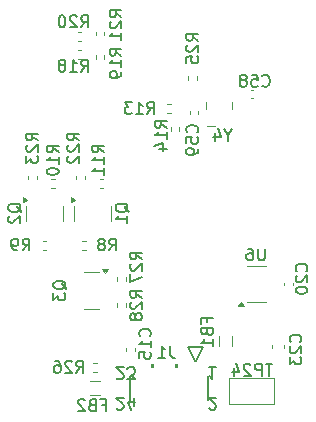
<source format=gbr>
%TF.GenerationSoftware,KiCad,Pcbnew,9.0.0*%
%TF.CreationDate,2025-11-27T12:56:11-07:00*%
%TF.ProjectId,OSS-Radio_2M70CM,4f53532d-5261-4646-996f-5f324d373043,rev?*%
%TF.SameCoordinates,Original*%
%TF.FileFunction,Legend,Bot*%
%TF.FilePolarity,Positive*%
%FSLAX46Y46*%
G04 Gerber Fmt 4.6, Leading zero omitted, Abs format (unit mm)*
G04 Created by KiCad (PCBNEW 9.0.0) date 2025-11-27 12:56:11*
%MOMM*%
%LPD*%
G01*
G04 APERTURE LIST*
%ADD10C,0.150000*%
%ADD11C,0.152400*%
%ADD12C,0.000000*%
%ADD13C,0.120000*%
G04 APERTURE END LIST*
D10*
X150083333Y-113454819D02*
X150083333Y-114169104D01*
X150083333Y-114169104D02*
X150130952Y-114311961D01*
X150130952Y-114311961D02*
X150226190Y-114407200D01*
X150226190Y-114407200D02*
X150369047Y-114454819D01*
X150369047Y-114454819D02*
X150464285Y-114454819D01*
X149083333Y-114454819D02*
X149654761Y-114454819D01*
X149369047Y-114454819D02*
X149369047Y-113454819D01*
X149369047Y-113454819D02*
X149464285Y-113597676D01*
X149464285Y-113597676D02*
X149559523Y-113692914D01*
X149559523Y-113692914D02*
X149654761Y-113740533D01*
X153956014Y-115262480D02*
X153384586Y-115262480D01*
X153670300Y-115262480D02*
X153670300Y-116262480D01*
X153670300Y-116262480D02*
X153575062Y-116119623D01*
X153575062Y-116119623D02*
X153479824Y-116024385D01*
X153479824Y-116024385D02*
X153384586Y-115976766D01*
X145567795Y-118732642D02*
X145615414Y-118780261D01*
X145615414Y-118780261D02*
X145710652Y-118827880D01*
X145710652Y-118827880D02*
X145948747Y-118827880D01*
X145948747Y-118827880D02*
X146043985Y-118780261D01*
X146043985Y-118780261D02*
X146091604Y-118732642D01*
X146091604Y-118732642D02*
X146139223Y-118637404D01*
X146139223Y-118637404D02*
X146139223Y-118542166D01*
X146139223Y-118542166D02*
X146091604Y-118399309D01*
X146091604Y-118399309D02*
X145520176Y-117827880D01*
X145520176Y-117827880D02*
X146139223Y-117827880D01*
X146996366Y-118494547D02*
X146996366Y-117827880D01*
X146758271Y-118875500D02*
X146520176Y-118161214D01*
X146520176Y-118161214D02*
X147139223Y-118161214D01*
X145567795Y-116167242D02*
X145615414Y-116214861D01*
X145615414Y-116214861D02*
X145710652Y-116262480D01*
X145710652Y-116262480D02*
X145948747Y-116262480D01*
X145948747Y-116262480D02*
X146043985Y-116214861D01*
X146043985Y-116214861D02*
X146091604Y-116167242D01*
X146091604Y-116167242D02*
X146139223Y-116072004D01*
X146139223Y-116072004D02*
X146139223Y-115976766D01*
X146139223Y-115976766D02*
X146091604Y-115833909D01*
X146091604Y-115833909D02*
X145520176Y-115262480D01*
X145520176Y-115262480D02*
X146139223Y-115262480D01*
X146472557Y-116262480D02*
X147091604Y-116262480D01*
X147091604Y-116262480D02*
X146758271Y-115881528D01*
X146758271Y-115881528D02*
X146901128Y-115881528D01*
X146901128Y-115881528D02*
X146996366Y-115833909D01*
X146996366Y-115833909D02*
X147043985Y-115786290D01*
X147043985Y-115786290D02*
X147091604Y-115691052D01*
X147091604Y-115691052D02*
X147091604Y-115452957D01*
X147091604Y-115452957D02*
X147043985Y-115357719D01*
X147043985Y-115357719D02*
X146996366Y-115310100D01*
X146996366Y-115310100D02*
X146901128Y-115262480D01*
X146901128Y-115262480D02*
X146615414Y-115262480D01*
X146615414Y-115262480D02*
X146520176Y-115310100D01*
X146520176Y-115310100D02*
X146472557Y-115357719D01*
X153384586Y-118732642D02*
X153432205Y-118780261D01*
X153432205Y-118780261D02*
X153527443Y-118827880D01*
X153527443Y-118827880D02*
X153765538Y-118827880D01*
X153765538Y-118827880D02*
X153860776Y-118780261D01*
X153860776Y-118780261D02*
X153908395Y-118732642D01*
X153908395Y-118732642D02*
X153956014Y-118637404D01*
X153956014Y-118637404D02*
X153956014Y-118542166D01*
X153956014Y-118542166D02*
X153908395Y-118399309D01*
X153908395Y-118399309D02*
X153336967Y-117827880D01*
X153336967Y-117827880D02*
X153956014Y-117827880D01*
X142394819Y-96044642D02*
X141918628Y-95711309D01*
X142394819Y-95473214D02*
X141394819Y-95473214D01*
X141394819Y-95473214D02*
X141394819Y-95854166D01*
X141394819Y-95854166D02*
X141442438Y-95949404D01*
X141442438Y-95949404D02*
X141490057Y-95997023D01*
X141490057Y-95997023D02*
X141585295Y-96044642D01*
X141585295Y-96044642D02*
X141728152Y-96044642D01*
X141728152Y-96044642D02*
X141823390Y-95997023D01*
X141823390Y-95997023D02*
X141871009Y-95949404D01*
X141871009Y-95949404D02*
X141918628Y-95854166D01*
X141918628Y-95854166D02*
X141918628Y-95473214D01*
X141490057Y-96425595D02*
X141442438Y-96473214D01*
X141442438Y-96473214D02*
X141394819Y-96568452D01*
X141394819Y-96568452D02*
X141394819Y-96806547D01*
X141394819Y-96806547D02*
X141442438Y-96901785D01*
X141442438Y-96901785D02*
X141490057Y-96949404D01*
X141490057Y-96949404D02*
X141585295Y-96997023D01*
X141585295Y-96997023D02*
X141680533Y-96997023D01*
X141680533Y-96997023D02*
X141823390Y-96949404D01*
X141823390Y-96949404D02*
X142394819Y-96377976D01*
X142394819Y-96377976D02*
X142394819Y-96997023D01*
X141490057Y-97377976D02*
X141442438Y-97425595D01*
X141442438Y-97425595D02*
X141394819Y-97520833D01*
X141394819Y-97520833D02*
X141394819Y-97758928D01*
X141394819Y-97758928D02*
X141442438Y-97854166D01*
X141442438Y-97854166D02*
X141490057Y-97901785D01*
X141490057Y-97901785D02*
X141585295Y-97949404D01*
X141585295Y-97949404D02*
X141680533Y-97949404D01*
X141680533Y-97949404D02*
X141823390Y-97901785D01*
X141823390Y-97901785D02*
X142394819Y-97330357D01*
X142394819Y-97330357D02*
X142394819Y-97949404D01*
X142542857Y-90208119D02*
X142876190Y-89731928D01*
X143114285Y-90208119D02*
X143114285Y-89208119D01*
X143114285Y-89208119D02*
X142733333Y-89208119D01*
X142733333Y-89208119D02*
X142638095Y-89255738D01*
X142638095Y-89255738D02*
X142590476Y-89303357D01*
X142590476Y-89303357D02*
X142542857Y-89398595D01*
X142542857Y-89398595D02*
X142542857Y-89541452D01*
X142542857Y-89541452D02*
X142590476Y-89636690D01*
X142590476Y-89636690D02*
X142638095Y-89684309D01*
X142638095Y-89684309D02*
X142733333Y-89731928D01*
X142733333Y-89731928D02*
X143114285Y-89731928D01*
X141590476Y-90208119D02*
X142161904Y-90208119D01*
X141876190Y-90208119D02*
X141876190Y-89208119D01*
X141876190Y-89208119D02*
X141971428Y-89350976D01*
X141971428Y-89350976D02*
X142066666Y-89446214D01*
X142066666Y-89446214D02*
X142161904Y-89493833D01*
X141019047Y-89636690D02*
X141114285Y-89589071D01*
X141114285Y-89589071D02*
X141161904Y-89541452D01*
X141161904Y-89541452D02*
X141209523Y-89446214D01*
X141209523Y-89446214D02*
X141209523Y-89398595D01*
X141209523Y-89398595D02*
X141161904Y-89303357D01*
X141161904Y-89303357D02*
X141114285Y-89255738D01*
X141114285Y-89255738D02*
X141019047Y-89208119D01*
X141019047Y-89208119D02*
X140828571Y-89208119D01*
X140828571Y-89208119D02*
X140733333Y-89255738D01*
X140733333Y-89255738D02*
X140685714Y-89303357D01*
X140685714Y-89303357D02*
X140638095Y-89398595D01*
X140638095Y-89398595D02*
X140638095Y-89446214D01*
X140638095Y-89446214D02*
X140685714Y-89541452D01*
X140685714Y-89541452D02*
X140733333Y-89589071D01*
X140733333Y-89589071D02*
X140828571Y-89636690D01*
X140828571Y-89636690D02*
X141019047Y-89636690D01*
X141019047Y-89636690D02*
X141114285Y-89684309D01*
X141114285Y-89684309D02*
X141161904Y-89731928D01*
X141161904Y-89731928D02*
X141209523Y-89827166D01*
X141209523Y-89827166D02*
X141209523Y-90017642D01*
X141209523Y-90017642D02*
X141161904Y-90112880D01*
X141161904Y-90112880D02*
X141114285Y-90160500D01*
X141114285Y-90160500D02*
X141019047Y-90208119D01*
X141019047Y-90208119D02*
X140828571Y-90208119D01*
X140828571Y-90208119D02*
X140733333Y-90160500D01*
X140733333Y-90160500D02*
X140685714Y-90112880D01*
X140685714Y-90112880D02*
X140638095Y-90017642D01*
X140638095Y-90017642D02*
X140638095Y-89827166D01*
X140638095Y-89827166D02*
X140685714Y-89731928D01*
X140685714Y-89731928D02*
X140733333Y-89684309D01*
X140733333Y-89684309D02*
X140828571Y-89636690D01*
X140644819Y-97044642D02*
X140168628Y-96711309D01*
X140644819Y-96473214D02*
X139644819Y-96473214D01*
X139644819Y-96473214D02*
X139644819Y-96854166D01*
X139644819Y-96854166D02*
X139692438Y-96949404D01*
X139692438Y-96949404D02*
X139740057Y-96997023D01*
X139740057Y-96997023D02*
X139835295Y-97044642D01*
X139835295Y-97044642D02*
X139978152Y-97044642D01*
X139978152Y-97044642D02*
X140073390Y-96997023D01*
X140073390Y-96997023D02*
X140121009Y-96949404D01*
X140121009Y-96949404D02*
X140168628Y-96854166D01*
X140168628Y-96854166D02*
X140168628Y-96473214D01*
X140644819Y-97997023D02*
X140644819Y-97425595D01*
X140644819Y-97711309D02*
X139644819Y-97711309D01*
X139644819Y-97711309D02*
X139787676Y-97616071D01*
X139787676Y-97616071D02*
X139882914Y-97520833D01*
X139882914Y-97520833D02*
X139930533Y-97425595D01*
X139644819Y-98616071D02*
X139644819Y-98711309D01*
X139644819Y-98711309D02*
X139692438Y-98806547D01*
X139692438Y-98806547D02*
X139740057Y-98854166D01*
X139740057Y-98854166D02*
X139835295Y-98901785D01*
X139835295Y-98901785D02*
X140025771Y-98949404D01*
X140025771Y-98949404D02*
X140263866Y-98949404D01*
X140263866Y-98949404D02*
X140454342Y-98901785D01*
X140454342Y-98901785D02*
X140549580Y-98854166D01*
X140549580Y-98854166D02*
X140597200Y-98806547D01*
X140597200Y-98806547D02*
X140644819Y-98711309D01*
X140644819Y-98711309D02*
X140644819Y-98616071D01*
X140644819Y-98616071D02*
X140597200Y-98520833D01*
X140597200Y-98520833D02*
X140549580Y-98473214D01*
X140549580Y-98473214D02*
X140454342Y-98425595D01*
X140454342Y-98425595D02*
X140263866Y-98377976D01*
X140263866Y-98377976D02*
X140025771Y-98377976D01*
X140025771Y-98377976D02*
X139835295Y-98425595D01*
X139835295Y-98425595D02*
X139740057Y-98473214D01*
X139740057Y-98473214D02*
X139692438Y-98520833D01*
X139692438Y-98520833D02*
X139644819Y-98616071D01*
X146570057Y-102117261D02*
X146522438Y-102022023D01*
X146522438Y-102022023D02*
X146427200Y-101926785D01*
X146427200Y-101926785D02*
X146284342Y-101783928D01*
X146284342Y-101783928D02*
X146236723Y-101688690D01*
X146236723Y-101688690D02*
X146236723Y-101593452D01*
X146474819Y-101641071D02*
X146427200Y-101545833D01*
X146427200Y-101545833D02*
X146331961Y-101450595D01*
X146331961Y-101450595D02*
X146141485Y-101402976D01*
X146141485Y-101402976D02*
X145808152Y-101402976D01*
X145808152Y-101402976D02*
X145617676Y-101450595D01*
X145617676Y-101450595D02*
X145522438Y-101545833D01*
X145522438Y-101545833D02*
X145474819Y-101641071D01*
X145474819Y-101641071D02*
X145474819Y-101831547D01*
X145474819Y-101831547D02*
X145522438Y-101926785D01*
X145522438Y-101926785D02*
X145617676Y-102022023D01*
X145617676Y-102022023D02*
X145808152Y-102069642D01*
X145808152Y-102069642D02*
X146141485Y-102069642D01*
X146141485Y-102069642D02*
X146331961Y-102022023D01*
X146331961Y-102022023D02*
X146427200Y-101926785D01*
X146427200Y-101926785D02*
X146474819Y-101831547D01*
X146474819Y-101831547D02*
X146474819Y-101641071D01*
X146474819Y-103022023D02*
X146474819Y-102450595D01*
X146474819Y-102736309D02*
X145474819Y-102736309D01*
X145474819Y-102736309D02*
X145617676Y-102641071D01*
X145617676Y-102641071D02*
X145712914Y-102545833D01*
X145712914Y-102545833D02*
X145760533Y-102450595D01*
X144474819Y-97044642D02*
X143998628Y-96711309D01*
X144474819Y-96473214D02*
X143474819Y-96473214D01*
X143474819Y-96473214D02*
X143474819Y-96854166D01*
X143474819Y-96854166D02*
X143522438Y-96949404D01*
X143522438Y-96949404D02*
X143570057Y-96997023D01*
X143570057Y-96997023D02*
X143665295Y-97044642D01*
X143665295Y-97044642D02*
X143808152Y-97044642D01*
X143808152Y-97044642D02*
X143903390Y-96997023D01*
X143903390Y-96997023D02*
X143951009Y-96949404D01*
X143951009Y-96949404D02*
X143998628Y-96854166D01*
X143998628Y-96854166D02*
X143998628Y-96473214D01*
X144474819Y-97997023D02*
X144474819Y-97425595D01*
X144474819Y-97711309D02*
X143474819Y-97711309D01*
X143474819Y-97711309D02*
X143617676Y-97616071D01*
X143617676Y-97616071D02*
X143712914Y-97520833D01*
X143712914Y-97520833D02*
X143760533Y-97425595D01*
X144474819Y-98949404D02*
X144474819Y-98377976D01*
X144474819Y-98663690D02*
X143474819Y-98663690D01*
X143474819Y-98663690D02*
X143617676Y-98568452D01*
X143617676Y-98568452D02*
X143712914Y-98473214D01*
X143712914Y-98473214D02*
X143760533Y-98377976D01*
X158124404Y-105204819D02*
X158124404Y-106014342D01*
X158124404Y-106014342D02*
X158076785Y-106109580D01*
X158076785Y-106109580D02*
X158029166Y-106157200D01*
X158029166Y-106157200D02*
X157933928Y-106204819D01*
X157933928Y-106204819D02*
X157743452Y-106204819D01*
X157743452Y-106204819D02*
X157648214Y-106157200D01*
X157648214Y-106157200D02*
X157600595Y-106109580D01*
X157600595Y-106109580D02*
X157552976Y-106014342D01*
X157552976Y-106014342D02*
X157552976Y-105204819D01*
X156648214Y-105204819D02*
X156838690Y-105204819D01*
X156838690Y-105204819D02*
X156933928Y-105252438D01*
X156933928Y-105252438D02*
X156981547Y-105300057D01*
X156981547Y-105300057D02*
X157076785Y-105442914D01*
X157076785Y-105442914D02*
X157124404Y-105633390D01*
X157124404Y-105633390D02*
X157124404Y-106014342D01*
X157124404Y-106014342D02*
X157076785Y-106109580D01*
X157076785Y-106109580D02*
X157029166Y-106157200D01*
X157029166Y-106157200D02*
X156933928Y-106204819D01*
X156933928Y-106204819D02*
X156743452Y-106204819D01*
X156743452Y-106204819D02*
X156648214Y-106157200D01*
X156648214Y-106157200D02*
X156600595Y-106109580D01*
X156600595Y-106109580D02*
X156552976Y-106014342D01*
X156552976Y-106014342D02*
X156552976Y-105776247D01*
X156552976Y-105776247D02*
X156600595Y-105681009D01*
X156600595Y-105681009D02*
X156648214Y-105633390D01*
X156648214Y-105633390D02*
X156743452Y-105585771D01*
X156743452Y-105585771D02*
X156933928Y-105585771D01*
X156933928Y-105585771D02*
X157029166Y-105633390D01*
X157029166Y-105633390D02*
X157076785Y-105681009D01*
X157076785Y-105681009D02*
X157124404Y-105776247D01*
X152359580Y-95357142D02*
X152407200Y-95309523D01*
X152407200Y-95309523D02*
X152454819Y-95166666D01*
X152454819Y-95166666D02*
X152454819Y-95071428D01*
X152454819Y-95071428D02*
X152407200Y-94928571D01*
X152407200Y-94928571D02*
X152311961Y-94833333D01*
X152311961Y-94833333D02*
X152216723Y-94785714D01*
X152216723Y-94785714D02*
X152026247Y-94738095D01*
X152026247Y-94738095D02*
X151883390Y-94738095D01*
X151883390Y-94738095D02*
X151692914Y-94785714D01*
X151692914Y-94785714D02*
X151597676Y-94833333D01*
X151597676Y-94833333D02*
X151502438Y-94928571D01*
X151502438Y-94928571D02*
X151454819Y-95071428D01*
X151454819Y-95071428D02*
X151454819Y-95166666D01*
X151454819Y-95166666D02*
X151502438Y-95309523D01*
X151502438Y-95309523D02*
X151550057Y-95357142D01*
X151454819Y-96261904D02*
X151454819Y-95785714D01*
X151454819Y-95785714D02*
X151931009Y-95738095D01*
X151931009Y-95738095D02*
X151883390Y-95785714D01*
X151883390Y-95785714D02*
X151835771Y-95880952D01*
X151835771Y-95880952D02*
X151835771Y-96119047D01*
X151835771Y-96119047D02*
X151883390Y-96214285D01*
X151883390Y-96214285D02*
X151931009Y-96261904D01*
X151931009Y-96261904D02*
X152026247Y-96309523D01*
X152026247Y-96309523D02*
X152264342Y-96309523D01*
X152264342Y-96309523D02*
X152359580Y-96261904D01*
X152359580Y-96261904D02*
X152407200Y-96214285D01*
X152407200Y-96214285D02*
X152454819Y-96119047D01*
X152454819Y-96119047D02*
X152454819Y-95880952D01*
X152454819Y-95880952D02*
X152407200Y-95785714D01*
X152407200Y-95785714D02*
X152359580Y-95738095D01*
X152454819Y-96785714D02*
X152454819Y-96976190D01*
X152454819Y-96976190D02*
X152407200Y-97071428D01*
X152407200Y-97071428D02*
X152359580Y-97119047D01*
X152359580Y-97119047D02*
X152216723Y-97214285D01*
X152216723Y-97214285D02*
X152026247Y-97261904D01*
X152026247Y-97261904D02*
X151645295Y-97261904D01*
X151645295Y-97261904D02*
X151550057Y-97214285D01*
X151550057Y-97214285D02*
X151502438Y-97166666D01*
X151502438Y-97166666D02*
X151454819Y-97071428D01*
X151454819Y-97071428D02*
X151454819Y-96880952D01*
X151454819Y-96880952D02*
X151502438Y-96785714D01*
X151502438Y-96785714D02*
X151550057Y-96738095D01*
X151550057Y-96738095D02*
X151645295Y-96690476D01*
X151645295Y-96690476D02*
X151883390Y-96690476D01*
X151883390Y-96690476D02*
X151978628Y-96738095D01*
X151978628Y-96738095D02*
X152026247Y-96785714D01*
X152026247Y-96785714D02*
X152073866Y-96880952D01*
X152073866Y-96880952D02*
X152073866Y-97071428D01*
X152073866Y-97071428D02*
X152026247Y-97166666D01*
X152026247Y-97166666D02*
X151978628Y-97214285D01*
X151978628Y-97214285D02*
X151883390Y-97261904D01*
X161609580Y-107107142D02*
X161657200Y-107059523D01*
X161657200Y-107059523D02*
X161704819Y-106916666D01*
X161704819Y-106916666D02*
X161704819Y-106821428D01*
X161704819Y-106821428D02*
X161657200Y-106678571D01*
X161657200Y-106678571D02*
X161561961Y-106583333D01*
X161561961Y-106583333D02*
X161466723Y-106535714D01*
X161466723Y-106535714D02*
X161276247Y-106488095D01*
X161276247Y-106488095D02*
X161133390Y-106488095D01*
X161133390Y-106488095D02*
X160942914Y-106535714D01*
X160942914Y-106535714D02*
X160847676Y-106583333D01*
X160847676Y-106583333D02*
X160752438Y-106678571D01*
X160752438Y-106678571D02*
X160704819Y-106821428D01*
X160704819Y-106821428D02*
X160704819Y-106916666D01*
X160704819Y-106916666D02*
X160752438Y-107059523D01*
X160752438Y-107059523D02*
X160800057Y-107107142D01*
X160800057Y-107488095D02*
X160752438Y-107535714D01*
X160752438Y-107535714D02*
X160704819Y-107630952D01*
X160704819Y-107630952D02*
X160704819Y-107869047D01*
X160704819Y-107869047D02*
X160752438Y-107964285D01*
X160752438Y-107964285D02*
X160800057Y-108011904D01*
X160800057Y-108011904D02*
X160895295Y-108059523D01*
X160895295Y-108059523D02*
X160990533Y-108059523D01*
X160990533Y-108059523D02*
X161133390Y-108011904D01*
X161133390Y-108011904D02*
X161704819Y-107440476D01*
X161704819Y-107440476D02*
X161704819Y-108059523D01*
X160704819Y-108678571D02*
X160704819Y-108773809D01*
X160704819Y-108773809D02*
X160752438Y-108869047D01*
X160752438Y-108869047D02*
X160800057Y-108916666D01*
X160800057Y-108916666D02*
X160895295Y-108964285D01*
X160895295Y-108964285D02*
X161085771Y-109011904D01*
X161085771Y-109011904D02*
X161323866Y-109011904D01*
X161323866Y-109011904D02*
X161514342Y-108964285D01*
X161514342Y-108964285D02*
X161609580Y-108916666D01*
X161609580Y-108916666D02*
X161657200Y-108869047D01*
X161657200Y-108869047D02*
X161704819Y-108773809D01*
X161704819Y-108773809D02*
X161704819Y-108678571D01*
X161704819Y-108678571D02*
X161657200Y-108583333D01*
X161657200Y-108583333D02*
X161609580Y-108535714D01*
X161609580Y-108535714D02*
X161514342Y-108488095D01*
X161514342Y-108488095D02*
X161323866Y-108440476D01*
X161323866Y-108440476D02*
X161085771Y-108440476D01*
X161085771Y-108440476D02*
X160895295Y-108488095D01*
X160895295Y-108488095D02*
X160800057Y-108535714D01*
X160800057Y-108535714D02*
X160752438Y-108583333D01*
X160752438Y-108583333D02*
X160704819Y-108678571D01*
X161109580Y-113107142D02*
X161157200Y-113059523D01*
X161157200Y-113059523D02*
X161204819Y-112916666D01*
X161204819Y-112916666D02*
X161204819Y-112821428D01*
X161204819Y-112821428D02*
X161157200Y-112678571D01*
X161157200Y-112678571D02*
X161061961Y-112583333D01*
X161061961Y-112583333D02*
X160966723Y-112535714D01*
X160966723Y-112535714D02*
X160776247Y-112488095D01*
X160776247Y-112488095D02*
X160633390Y-112488095D01*
X160633390Y-112488095D02*
X160442914Y-112535714D01*
X160442914Y-112535714D02*
X160347676Y-112583333D01*
X160347676Y-112583333D02*
X160252438Y-112678571D01*
X160252438Y-112678571D02*
X160204819Y-112821428D01*
X160204819Y-112821428D02*
X160204819Y-112916666D01*
X160204819Y-112916666D02*
X160252438Y-113059523D01*
X160252438Y-113059523D02*
X160300057Y-113107142D01*
X160300057Y-113488095D02*
X160252438Y-113535714D01*
X160252438Y-113535714D02*
X160204819Y-113630952D01*
X160204819Y-113630952D02*
X160204819Y-113869047D01*
X160204819Y-113869047D02*
X160252438Y-113964285D01*
X160252438Y-113964285D02*
X160300057Y-114011904D01*
X160300057Y-114011904D02*
X160395295Y-114059523D01*
X160395295Y-114059523D02*
X160490533Y-114059523D01*
X160490533Y-114059523D02*
X160633390Y-114011904D01*
X160633390Y-114011904D02*
X161204819Y-113440476D01*
X161204819Y-113440476D02*
X161204819Y-114059523D01*
X160204819Y-114392857D02*
X160204819Y-115011904D01*
X160204819Y-115011904D02*
X160585771Y-114678571D01*
X160585771Y-114678571D02*
X160585771Y-114821428D01*
X160585771Y-114821428D02*
X160633390Y-114916666D01*
X160633390Y-114916666D02*
X160681009Y-114964285D01*
X160681009Y-114964285D02*
X160776247Y-115011904D01*
X160776247Y-115011904D02*
X161014342Y-115011904D01*
X161014342Y-115011904D02*
X161109580Y-114964285D01*
X161109580Y-114964285D02*
X161157200Y-114916666D01*
X161157200Y-114916666D02*
X161204819Y-114821428D01*
X161204819Y-114821428D02*
X161204819Y-114535714D01*
X161204819Y-114535714D02*
X161157200Y-114440476D01*
X161157200Y-114440476D02*
X161109580Y-114392857D01*
X138894819Y-96044642D02*
X138418628Y-95711309D01*
X138894819Y-95473214D02*
X137894819Y-95473214D01*
X137894819Y-95473214D02*
X137894819Y-95854166D01*
X137894819Y-95854166D02*
X137942438Y-95949404D01*
X137942438Y-95949404D02*
X137990057Y-95997023D01*
X137990057Y-95997023D02*
X138085295Y-96044642D01*
X138085295Y-96044642D02*
X138228152Y-96044642D01*
X138228152Y-96044642D02*
X138323390Y-95997023D01*
X138323390Y-95997023D02*
X138371009Y-95949404D01*
X138371009Y-95949404D02*
X138418628Y-95854166D01*
X138418628Y-95854166D02*
X138418628Y-95473214D01*
X137990057Y-96425595D02*
X137942438Y-96473214D01*
X137942438Y-96473214D02*
X137894819Y-96568452D01*
X137894819Y-96568452D02*
X137894819Y-96806547D01*
X137894819Y-96806547D02*
X137942438Y-96901785D01*
X137942438Y-96901785D02*
X137990057Y-96949404D01*
X137990057Y-96949404D02*
X138085295Y-96997023D01*
X138085295Y-96997023D02*
X138180533Y-96997023D01*
X138180533Y-96997023D02*
X138323390Y-96949404D01*
X138323390Y-96949404D02*
X138894819Y-96377976D01*
X138894819Y-96377976D02*
X138894819Y-96997023D01*
X137894819Y-97330357D02*
X137894819Y-97949404D01*
X137894819Y-97949404D02*
X138275771Y-97616071D01*
X138275771Y-97616071D02*
X138275771Y-97758928D01*
X138275771Y-97758928D02*
X138323390Y-97854166D01*
X138323390Y-97854166D02*
X138371009Y-97901785D01*
X138371009Y-97901785D02*
X138466247Y-97949404D01*
X138466247Y-97949404D02*
X138704342Y-97949404D01*
X138704342Y-97949404D02*
X138799580Y-97901785D01*
X138799580Y-97901785D02*
X138847200Y-97854166D01*
X138847200Y-97854166D02*
X138894819Y-97758928D01*
X138894819Y-97758928D02*
X138894819Y-97473214D01*
X138894819Y-97473214D02*
X138847200Y-97377976D01*
X138847200Y-97377976D02*
X138799580Y-97330357D01*
X152469819Y-87597142D02*
X151993628Y-87263809D01*
X152469819Y-87025714D02*
X151469819Y-87025714D01*
X151469819Y-87025714D02*
X151469819Y-87406666D01*
X151469819Y-87406666D02*
X151517438Y-87501904D01*
X151517438Y-87501904D02*
X151565057Y-87549523D01*
X151565057Y-87549523D02*
X151660295Y-87597142D01*
X151660295Y-87597142D02*
X151803152Y-87597142D01*
X151803152Y-87597142D02*
X151898390Y-87549523D01*
X151898390Y-87549523D02*
X151946009Y-87501904D01*
X151946009Y-87501904D02*
X151993628Y-87406666D01*
X151993628Y-87406666D02*
X151993628Y-87025714D01*
X151565057Y-87978095D02*
X151517438Y-88025714D01*
X151517438Y-88025714D02*
X151469819Y-88120952D01*
X151469819Y-88120952D02*
X151469819Y-88359047D01*
X151469819Y-88359047D02*
X151517438Y-88454285D01*
X151517438Y-88454285D02*
X151565057Y-88501904D01*
X151565057Y-88501904D02*
X151660295Y-88549523D01*
X151660295Y-88549523D02*
X151755533Y-88549523D01*
X151755533Y-88549523D02*
X151898390Y-88501904D01*
X151898390Y-88501904D02*
X152469819Y-87930476D01*
X152469819Y-87930476D02*
X152469819Y-88549523D01*
X151469819Y-89454285D02*
X151469819Y-88978095D01*
X151469819Y-88978095D02*
X151946009Y-88930476D01*
X151946009Y-88930476D02*
X151898390Y-88978095D01*
X151898390Y-88978095D02*
X151850771Y-89073333D01*
X151850771Y-89073333D02*
X151850771Y-89311428D01*
X151850771Y-89311428D02*
X151898390Y-89406666D01*
X151898390Y-89406666D02*
X151946009Y-89454285D01*
X151946009Y-89454285D02*
X152041247Y-89501904D01*
X152041247Y-89501904D02*
X152279342Y-89501904D01*
X152279342Y-89501904D02*
X152374580Y-89454285D01*
X152374580Y-89454285D02*
X152422200Y-89406666D01*
X152422200Y-89406666D02*
X152469819Y-89311428D01*
X152469819Y-89311428D02*
X152469819Y-89073333D01*
X152469819Y-89073333D02*
X152422200Y-88978095D01*
X152422200Y-88978095D02*
X152374580Y-88930476D01*
X147704819Y-106107142D02*
X147228628Y-105773809D01*
X147704819Y-105535714D02*
X146704819Y-105535714D01*
X146704819Y-105535714D02*
X146704819Y-105916666D01*
X146704819Y-105916666D02*
X146752438Y-106011904D01*
X146752438Y-106011904D02*
X146800057Y-106059523D01*
X146800057Y-106059523D02*
X146895295Y-106107142D01*
X146895295Y-106107142D02*
X147038152Y-106107142D01*
X147038152Y-106107142D02*
X147133390Y-106059523D01*
X147133390Y-106059523D02*
X147181009Y-106011904D01*
X147181009Y-106011904D02*
X147228628Y-105916666D01*
X147228628Y-105916666D02*
X147228628Y-105535714D01*
X146800057Y-106488095D02*
X146752438Y-106535714D01*
X146752438Y-106535714D02*
X146704819Y-106630952D01*
X146704819Y-106630952D02*
X146704819Y-106869047D01*
X146704819Y-106869047D02*
X146752438Y-106964285D01*
X146752438Y-106964285D02*
X146800057Y-107011904D01*
X146800057Y-107011904D02*
X146895295Y-107059523D01*
X146895295Y-107059523D02*
X146990533Y-107059523D01*
X146990533Y-107059523D02*
X147133390Y-107011904D01*
X147133390Y-107011904D02*
X147704819Y-106440476D01*
X147704819Y-106440476D02*
X147704819Y-107059523D01*
X146704819Y-107392857D02*
X146704819Y-108059523D01*
X146704819Y-108059523D02*
X147704819Y-107630952D01*
X137490057Y-102117261D02*
X137442438Y-102022023D01*
X137442438Y-102022023D02*
X137347200Y-101926785D01*
X137347200Y-101926785D02*
X137204342Y-101783928D01*
X137204342Y-101783928D02*
X137156723Y-101688690D01*
X137156723Y-101688690D02*
X137156723Y-101593452D01*
X137394819Y-101641071D02*
X137347200Y-101545833D01*
X137347200Y-101545833D02*
X137251961Y-101450595D01*
X137251961Y-101450595D02*
X137061485Y-101402976D01*
X137061485Y-101402976D02*
X136728152Y-101402976D01*
X136728152Y-101402976D02*
X136537676Y-101450595D01*
X136537676Y-101450595D02*
X136442438Y-101545833D01*
X136442438Y-101545833D02*
X136394819Y-101641071D01*
X136394819Y-101641071D02*
X136394819Y-101831547D01*
X136394819Y-101831547D02*
X136442438Y-101926785D01*
X136442438Y-101926785D02*
X136537676Y-102022023D01*
X136537676Y-102022023D02*
X136728152Y-102069642D01*
X136728152Y-102069642D02*
X137061485Y-102069642D01*
X137061485Y-102069642D02*
X137251961Y-102022023D01*
X137251961Y-102022023D02*
X137347200Y-101926785D01*
X137347200Y-101926785D02*
X137394819Y-101831547D01*
X137394819Y-101831547D02*
X137394819Y-101641071D01*
X136490057Y-102450595D02*
X136442438Y-102498214D01*
X136442438Y-102498214D02*
X136394819Y-102593452D01*
X136394819Y-102593452D02*
X136394819Y-102831547D01*
X136394819Y-102831547D02*
X136442438Y-102926785D01*
X136442438Y-102926785D02*
X136490057Y-102974404D01*
X136490057Y-102974404D02*
X136585295Y-103022023D01*
X136585295Y-103022023D02*
X136680533Y-103022023D01*
X136680533Y-103022023D02*
X136823390Y-102974404D01*
X136823390Y-102974404D02*
X137394819Y-102402976D01*
X137394819Y-102402976D02*
X137394819Y-103022023D01*
X145954819Y-85607142D02*
X145478628Y-85273809D01*
X145954819Y-85035714D02*
X144954819Y-85035714D01*
X144954819Y-85035714D02*
X144954819Y-85416666D01*
X144954819Y-85416666D02*
X145002438Y-85511904D01*
X145002438Y-85511904D02*
X145050057Y-85559523D01*
X145050057Y-85559523D02*
X145145295Y-85607142D01*
X145145295Y-85607142D02*
X145288152Y-85607142D01*
X145288152Y-85607142D02*
X145383390Y-85559523D01*
X145383390Y-85559523D02*
X145431009Y-85511904D01*
X145431009Y-85511904D02*
X145478628Y-85416666D01*
X145478628Y-85416666D02*
X145478628Y-85035714D01*
X145050057Y-85988095D02*
X145002438Y-86035714D01*
X145002438Y-86035714D02*
X144954819Y-86130952D01*
X144954819Y-86130952D02*
X144954819Y-86369047D01*
X144954819Y-86369047D02*
X145002438Y-86464285D01*
X145002438Y-86464285D02*
X145050057Y-86511904D01*
X145050057Y-86511904D02*
X145145295Y-86559523D01*
X145145295Y-86559523D02*
X145240533Y-86559523D01*
X145240533Y-86559523D02*
X145383390Y-86511904D01*
X145383390Y-86511904D02*
X145954819Y-85940476D01*
X145954819Y-85940476D02*
X145954819Y-86559523D01*
X145954819Y-87511904D02*
X145954819Y-86940476D01*
X145954819Y-87226190D02*
X144954819Y-87226190D01*
X144954819Y-87226190D02*
X145097676Y-87130952D01*
X145097676Y-87130952D02*
X145192914Y-87035714D01*
X145192914Y-87035714D02*
X145240533Y-86940476D01*
X142142857Y-115704819D02*
X142476190Y-115228628D01*
X142714285Y-115704819D02*
X142714285Y-114704819D01*
X142714285Y-114704819D02*
X142333333Y-114704819D01*
X142333333Y-114704819D02*
X142238095Y-114752438D01*
X142238095Y-114752438D02*
X142190476Y-114800057D01*
X142190476Y-114800057D02*
X142142857Y-114895295D01*
X142142857Y-114895295D02*
X142142857Y-115038152D01*
X142142857Y-115038152D02*
X142190476Y-115133390D01*
X142190476Y-115133390D02*
X142238095Y-115181009D01*
X142238095Y-115181009D02*
X142333333Y-115228628D01*
X142333333Y-115228628D02*
X142714285Y-115228628D01*
X141761904Y-114800057D02*
X141714285Y-114752438D01*
X141714285Y-114752438D02*
X141619047Y-114704819D01*
X141619047Y-114704819D02*
X141380952Y-114704819D01*
X141380952Y-114704819D02*
X141285714Y-114752438D01*
X141285714Y-114752438D02*
X141238095Y-114800057D01*
X141238095Y-114800057D02*
X141190476Y-114895295D01*
X141190476Y-114895295D02*
X141190476Y-114990533D01*
X141190476Y-114990533D02*
X141238095Y-115133390D01*
X141238095Y-115133390D02*
X141809523Y-115704819D01*
X141809523Y-115704819D02*
X141190476Y-115704819D01*
X140333333Y-114704819D02*
X140523809Y-114704819D01*
X140523809Y-114704819D02*
X140619047Y-114752438D01*
X140619047Y-114752438D02*
X140666666Y-114800057D01*
X140666666Y-114800057D02*
X140761904Y-114942914D01*
X140761904Y-114942914D02*
X140809523Y-115133390D01*
X140809523Y-115133390D02*
X140809523Y-115514342D01*
X140809523Y-115514342D02*
X140761904Y-115609580D01*
X140761904Y-115609580D02*
X140714285Y-115657200D01*
X140714285Y-115657200D02*
X140619047Y-115704819D01*
X140619047Y-115704819D02*
X140428571Y-115704819D01*
X140428571Y-115704819D02*
X140333333Y-115657200D01*
X140333333Y-115657200D02*
X140285714Y-115609580D01*
X140285714Y-115609580D02*
X140238095Y-115514342D01*
X140238095Y-115514342D02*
X140238095Y-115276247D01*
X140238095Y-115276247D02*
X140285714Y-115181009D01*
X140285714Y-115181009D02*
X140333333Y-115133390D01*
X140333333Y-115133390D02*
X140428571Y-115085771D01*
X140428571Y-115085771D02*
X140619047Y-115085771D01*
X140619047Y-115085771D02*
X140714285Y-115133390D01*
X140714285Y-115133390D02*
X140761904Y-115181009D01*
X140761904Y-115181009D02*
X140809523Y-115276247D01*
X148132857Y-93804819D02*
X148466190Y-93328628D01*
X148704285Y-93804819D02*
X148704285Y-92804819D01*
X148704285Y-92804819D02*
X148323333Y-92804819D01*
X148323333Y-92804819D02*
X148228095Y-92852438D01*
X148228095Y-92852438D02*
X148180476Y-92900057D01*
X148180476Y-92900057D02*
X148132857Y-92995295D01*
X148132857Y-92995295D02*
X148132857Y-93138152D01*
X148132857Y-93138152D02*
X148180476Y-93233390D01*
X148180476Y-93233390D02*
X148228095Y-93281009D01*
X148228095Y-93281009D02*
X148323333Y-93328628D01*
X148323333Y-93328628D02*
X148704285Y-93328628D01*
X147180476Y-93804819D02*
X147751904Y-93804819D01*
X147466190Y-93804819D02*
X147466190Y-92804819D01*
X147466190Y-92804819D02*
X147561428Y-92947676D01*
X147561428Y-92947676D02*
X147656666Y-93042914D01*
X147656666Y-93042914D02*
X147751904Y-93090533D01*
X146847142Y-92804819D02*
X146228095Y-92804819D01*
X146228095Y-92804819D02*
X146561428Y-93185771D01*
X146561428Y-93185771D02*
X146418571Y-93185771D01*
X146418571Y-93185771D02*
X146323333Y-93233390D01*
X146323333Y-93233390D02*
X146275714Y-93281009D01*
X146275714Y-93281009D02*
X146228095Y-93376247D01*
X146228095Y-93376247D02*
X146228095Y-93614342D01*
X146228095Y-93614342D02*
X146275714Y-93709580D01*
X146275714Y-93709580D02*
X146323333Y-93757200D01*
X146323333Y-93757200D02*
X146418571Y-93804819D01*
X146418571Y-93804819D02*
X146704285Y-93804819D01*
X146704285Y-93804819D02*
X146799523Y-93757200D01*
X146799523Y-93757200D02*
X146847142Y-93709580D01*
X153181009Y-111416666D02*
X153181009Y-111083333D01*
X153704819Y-111083333D02*
X152704819Y-111083333D01*
X152704819Y-111083333D02*
X152704819Y-111559523D01*
X153181009Y-112273809D02*
X153228628Y-112416666D01*
X153228628Y-112416666D02*
X153276247Y-112464285D01*
X153276247Y-112464285D02*
X153371485Y-112511904D01*
X153371485Y-112511904D02*
X153514342Y-112511904D01*
X153514342Y-112511904D02*
X153609580Y-112464285D01*
X153609580Y-112464285D02*
X153657200Y-112416666D01*
X153657200Y-112416666D02*
X153704819Y-112321428D01*
X153704819Y-112321428D02*
X153704819Y-111940476D01*
X153704819Y-111940476D02*
X152704819Y-111940476D01*
X152704819Y-111940476D02*
X152704819Y-112273809D01*
X152704819Y-112273809D02*
X152752438Y-112369047D01*
X152752438Y-112369047D02*
X152800057Y-112416666D01*
X152800057Y-112416666D02*
X152895295Y-112464285D01*
X152895295Y-112464285D02*
X152990533Y-112464285D01*
X152990533Y-112464285D02*
X153085771Y-112416666D01*
X153085771Y-112416666D02*
X153133390Y-112369047D01*
X153133390Y-112369047D02*
X153181009Y-112273809D01*
X153181009Y-112273809D02*
X153181009Y-111940476D01*
X153704819Y-113464285D02*
X153704819Y-112892857D01*
X153704819Y-113178571D02*
X152704819Y-113178571D01*
X152704819Y-113178571D02*
X152847676Y-113083333D01*
X152847676Y-113083333D02*
X152942914Y-112988095D01*
X152942914Y-112988095D02*
X152990533Y-112892857D01*
X137606666Y-105354819D02*
X137939999Y-104878628D01*
X138178094Y-105354819D02*
X138178094Y-104354819D01*
X138178094Y-104354819D02*
X137797142Y-104354819D01*
X137797142Y-104354819D02*
X137701904Y-104402438D01*
X137701904Y-104402438D02*
X137654285Y-104450057D01*
X137654285Y-104450057D02*
X137606666Y-104545295D01*
X137606666Y-104545295D02*
X137606666Y-104688152D01*
X137606666Y-104688152D02*
X137654285Y-104783390D01*
X137654285Y-104783390D02*
X137701904Y-104831009D01*
X137701904Y-104831009D02*
X137797142Y-104878628D01*
X137797142Y-104878628D02*
X138178094Y-104878628D01*
X137130475Y-105354819D02*
X136939999Y-105354819D01*
X136939999Y-105354819D02*
X136844761Y-105307200D01*
X136844761Y-105307200D02*
X136797142Y-105259580D01*
X136797142Y-105259580D02*
X136701904Y-105116723D01*
X136701904Y-105116723D02*
X136654285Y-104926247D01*
X136654285Y-104926247D02*
X136654285Y-104545295D01*
X136654285Y-104545295D02*
X136701904Y-104450057D01*
X136701904Y-104450057D02*
X136749523Y-104402438D01*
X136749523Y-104402438D02*
X136844761Y-104354819D01*
X136844761Y-104354819D02*
X137035237Y-104354819D01*
X137035237Y-104354819D02*
X137130475Y-104402438D01*
X137130475Y-104402438D02*
X137178094Y-104450057D01*
X137178094Y-104450057D02*
X137225713Y-104545295D01*
X137225713Y-104545295D02*
X137225713Y-104783390D01*
X137225713Y-104783390D02*
X137178094Y-104878628D01*
X137178094Y-104878628D02*
X137130475Y-104926247D01*
X137130475Y-104926247D02*
X137035237Y-104973866D01*
X137035237Y-104973866D02*
X136844761Y-104973866D01*
X136844761Y-104973866D02*
X136749523Y-104926247D01*
X136749523Y-104926247D02*
X136701904Y-104878628D01*
X136701904Y-104878628D02*
X136654285Y-104783390D01*
X148359580Y-112607142D02*
X148407200Y-112559523D01*
X148407200Y-112559523D02*
X148454819Y-112416666D01*
X148454819Y-112416666D02*
X148454819Y-112321428D01*
X148454819Y-112321428D02*
X148407200Y-112178571D01*
X148407200Y-112178571D02*
X148311961Y-112083333D01*
X148311961Y-112083333D02*
X148216723Y-112035714D01*
X148216723Y-112035714D02*
X148026247Y-111988095D01*
X148026247Y-111988095D02*
X147883390Y-111988095D01*
X147883390Y-111988095D02*
X147692914Y-112035714D01*
X147692914Y-112035714D02*
X147597676Y-112083333D01*
X147597676Y-112083333D02*
X147502438Y-112178571D01*
X147502438Y-112178571D02*
X147454819Y-112321428D01*
X147454819Y-112321428D02*
X147454819Y-112416666D01*
X147454819Y-112416666D02*
X147502438Y-112559523D01*
X147502438Y-112559523D02*
X147550057Y-112607142D01*
X148454819Y-113559523D02*
X148454819Y-112988095D01*
X148454819Y-113273809D02*
X147454819Y-113273809D01*
X147454819Y-113273809D02*
X147597676Y-113178571D01*
X147597676Y-113178571D02*
X147692914Y-113083333D01*
X147692914Y-113083333D02*
X147740533Y-112988095D01*
X147454819Y-114464285D02*
X147454819Y-113988095D01*
X147454819Y-113988095D02*
X147931009Y-113940476D01*
X147931009Y-113940476D02*
X147883390Y-113988095D01*
X147883390Y-113988095D02*
X147835771Y-114083333D01*
X147835771Y-114083333D02*
X147835771Y-114321428D01*
X147835771Y-114321428D02*
X147883390Y-114416666D01*
X147883390Y-114416666D02*
X147931009Y-114464285D01*
X147931009Y-114464285D02*
X148026247Y-114511904D01*
X148026247Y-114511904D02*
X148264342Y-114511904D01*
X148264342Y-114511904D02*
X148359580Y-114464285D01*
X148359580Y-114464285D02*
X148407200Y-114416666D01*
X148407200Y-114416666D02*
X148454819Y-114321428D01*
X148454819Y-114321428D02*
X148454819Y-114083333D01*
X148454819Y-114083333D02*
X148407200Y-113988095D01*
X148407200Y-113988095D02*
X148359580Y-113940476D01*
X149784819Y-94957142D02*
X149308628Y-94623809D01*
X149784819Y-94385714D02*
X148784819Y-94385714D01*
X148784819Y-94385714D02*
X148784819Y-94766666D01*
X148784819Y-94766666D02*
X148832438Y-94861904D01*
X148832438Y-94861904D02*
X148880057Y-94909523D01*
X148880057Y-94909523D02*
X148975295Y-94957142D01*
X148975295Y-94957142D02*
X149118152Y-94957142D01*
X149118152Y-94957142D02*
X149213390Y-94909523D01*
X149213390Y-94909523D02*
X149261009Y-94861904D01*
X149261009Y-94861904D02*
X149308628Y-94766666D01*
X149308628Y-94766666D02*
X149308628Y-94385714D01*
X149784819Y-95909523D02*
X149784819Y-95338095D01*
X149784819Y-95623809D02*
X148784819Y-95623809D01*
X148784819Y-95623809D02*
X148927676Y-95528571D01*
X148927676Y-95528571D02*
X149022914Y-95433333D01*
X149022914Y-95433333D02*
X149070533Y-95338095D01*
X149118152Y-96766666D02*
X149784819Y-96766666D01*
X148737200Y-96528571D02*
X149451485Y-96290476D01*
X149451485Y-96290476D02*
X149451485Y-96909523D01*
X144333333Y-118431009D02*
X144666666Y-118431009D01*
X144666666Y-118954819D02*
X144666666Y-117954819D01*
X144666666Y-117954819D02*
X144190476Y-117954819D01*
X143476190Y-118431009D02*
X143333333Y-118478628D01*
X143333333Y-118478628D02*
X143285714Y-118526247D01*
X143285714Y-118526247D02*
X143238095Y-118621485D01*
X143238095Y-118621485D02*
X143238095Y-118764342D01*
X143238095Y-118764342D02*
X143285714Y-118859580D01*
X143285714Y-118859580D02*
X143333333Y-118907200D01*
X143333333Y-118907200D02*
X143428571Y-118954819D01*
X143428571Y-118954819D02*
X143809523Y-118954819D01*
X143809523Y-118954819D02*
X143809523Y-117954819D01*
X143809523Y-117954819D02*
X143476190Y-117954819D01*
X143476190Y-117954819D02*
X143380952Y-118002438D01*
X143380952Y-118002438D02*
X143333333Y-118050057D01*
X143333333Y-118050057D02*
X143285714Y-118145295D01*
X143285714Y-118145295D02*
X143285714Y-118240533D01*
X143285714Y-118240533D02*
X143333333Y-118335771D01*
X143333333Y-118335771D02*
X143380952Y-118383390D01*
X143380952Y-118383390D02*
X143476190Y-118431009D01*
X143476190Y-118431009D02*
X143809523Y-118431009D01*
X142857142Y-118050057D02*
X142809523Y-118002438D01*
X142809523Y-118002438D02*
X142714285Y-117954819D01*
X142714285Y-117954819D02*
X142476190Y-117954819D01*
X142476190Y-117954819D02*
X142380952Y-118002438D01*
X142380952Y-118002438D02*
X142333333Y-118050057D01*
X142333333Y-118050057D02*
X142285714Y-118145295D01*
X142285714Y-118145295D02*
X142285714Y-118240533D01*
X142285714Y-118240533D02*
X142333333Y-118383390D01*
X142333333Y-118383390D02*
X142904761Y-118954819D01*
X142904761Y-118954819D02*
X142285714Y-118954819D01*
X145954819Y-88857142D02*
X145478628Y-88523809D01*
X145954819Y-88285714D02*
X144954819Y-88285714D01*
X144954819Y-88285714D02*
X144954819Y-88666666D01*
X144954819Y-88666666D02*
X145002438Y-88761904D01*
X145002438Y-88761904D02*
X145050057Y-88809523D01*
X145050057Y-88809523D02*
X145145295Y-88857142D01*
X145145295Y-88857142D02*
X145288152Y-88857142D01*
X145288152Y-88857142D02*
X145383390Y-88809523D01*
X145383390Y-88809523D02*
X145431009Y-88761904D01*
X145431009Y-88761904D02*
X145478628Y-88666666D01*
X145478628Y-88666666D02*
X145478628Y-88285714D01*
X145954819Y-89809523D02*
X145954819Y-89238095D01*
X145954819Y-89523809D02*
X144954819Y-89523809D01*
X144954819Y-89523809D02*
X145097676Y-89428571D01*
X145097676Y-89428571D02*
X145192914Y-89333333D01*
X145192914Y-89333333D02*
X145240533Y-89238095D01*
X145954819Y-90285714D02*
X145954819Y-90476190D01*
X145954819Y-90476190D02*
X145907200Y-90571428D01*
X145907200Y-90571428D02*
X145859580Y-90619047D01*
X145859580Y-90619047D02*
X145716723Y-90714285D01*
X145716723Y-90714285D02*
X145526247Y-90761904D01*
X145526247Y-90761904D02*
X145145295Y-90761904D01*
X145145295Y-90761904D02*
X145050057Y-90714285D01*
X145050057Y-90714285D02*
X145002438Y-90666666D01*
X145002438Y-90666666D02*
X144954819Y-90571428D01*
X144954819Y-90571428D02*
X144954819Y-90380952D01*
X144954819Y-90380952D02*
X145002438Y-90285714D01*
X145002438Y-90285714D02*
X145050057Y-90238095D01*
X145050057Y-90238095D02*
X145145295Y-90190476D01*
X145145295Y-90190476D02*
X145383390Y-90190476D01*
X145383390Y-90190476D02*
X145478628Y-90238095D01*
X145478628Y-90238095D02*
X145526247Y-90285714D01*
X145526247Y-90285714D02*
X145573866Y-90380952D01*
X145573866Y-90380952D02*
X145573866Y-90571428D01*
X145573866Y-90571428D02*
X145526247Y-90666666D01*
X145526247Y-90666666D02*
X145478628Y-90714285D01*
X145478628Y-90714285D02*
X145383390Y-90761904D01*
X154976190Y-95578628D02*
X154976190Y-96054819D01*
X155309523Y-95054819D02*
X154976190Y-95578628D01*
X154976190Y-95578628D02*
X154642857Y-95054819D01*
X153880952Y-95388152D02*
X153880952Y-96054819D01*
X154119047Y-95007200D02*
X154357142Y-95721485D01*
X154357142Y-95721485D02*
X153738095Y-95721485D01*
X141300057Y-108654761D02*
X141252438Y-108559523D01*
X141252438Y-108559523D02*
X141157200Y-108464285D01*
X141157200Y-108464285D02*
X141014342Y-108321428D01*
X141014342Y-108321428D02*
X140966723Y-108226190D01*
X140966723Y-108226190D02*
X140966723Y-108130952D01*
X141204819Y-108178571D02*
X141157200Y-108083333D01*
X141157200Y-108083333D02*
X141061961Y-107988095D01*
X141061961Y-107988095D02*
X140871485Y-107940476D01*
X140871485Y-107940476D02*
X140538152Y-107940476D01*
X140538152Y-107940476D02*
X140347676Y-107988095D01*
X140347676Y-107988095D02*
X140252438Y-108083333D01*
X140252438Y-108083333D02*
X140204819Y-108178571D01*
X140204819Y-108178571D02*
X140204819Y-108369047D01*
X140204819Y-108369047D02*
X140252438Y-108464285D01*
X140252438Y-108464285D02*
X140347676Y-108559523D01*
X140347676Y-108559523D02*
X140538152Y-108607142D01*
X140538152Y-108607142D02*
X140871485Y-108607142D01*
X140871485Y-108607142D02*
X141061961Y-108559523D01*
X141061961Y-108559523D02*
X141157200Y-108464285D01*
X141157200Y-108464285D02*
X141204819Y-108369047D01*
X141204819Y-108369047D02*
X141204819Y-108178571D01*
X140204819Y-108940476D02*
X140204819Y-109559523D01*
X140204819Y-109559523D02*
X140585771Y-109226190D01*
X140585771Y-109226190D02*
X140585771Y-109369047D01*
X140585771Y-109369047D02*
X140633390Y-109464285D01*
X140633390Y-109464285D02*
X140681009Y-109511904D01*
X140681009Y-109511904D02*
X140776247Y-109559523D01*
X140776247Y-109559523D02*
X141014342Y-109559523D01*
X141014342Y-109559523D02*
X141109580Y-109511904D01*
X141109580Y-109511904D02*
X141157200Y-109464285D01*
X141157200Y-109464285D02*
X141204819Y-109369047D01*
X141204819Y-109369047D02*
X141204819Y-109083333D01*
X141204819Y-109083333D02*
X141157200Y-108988095D01*
X141157200Y-108988095D02*
X141109580Y-108940476D01*
X142542857Y-86458119D02*
X142876190Y-85981928D01*
X143114285Y-86458119D02*
X143114285Y-85458119D01*
X143114285Y-85458119D02*
X142733333Y-85458119D01*
X142733333Y-85458119D02*
X142638095Y-85505738D01*
X142638095Y-85505738D02*
X142590476Y-85553357D01*
X142590476Y-85553357D02*
X142542857Y-85648595D01*
X142542857Y-85648595D02*
X142542857Y-85791452D01*
X142542857Y-85791452D02*
X142590476Y-85886690D01*
X142590476Y-85886690D02*
X142638095Y-85934309D01*
X142638095Y-85934309D02*
X142733333Y-85981928D01*
X142733333Y-85981928D02*
X143114285Y-85981928D01*
X142161904Y-85553357D02*
X142114285Y-85505738D01*
X142114285Y-85505738D02*
X142019047Y-85458119D01*
X142019047Y-85458119D02*
X141780952Y-85458119D01*
X141780952Y-85458119D02*
X141685714Y-85505738D01*
X141685714Y-85505738D02*
X141638095Y-85553357D01*
X141638095Y-85553357D02*
X141590476Y-85648595D01*
X141590476Y-85648595D02*
X141590476Y-85743833D01*
X141590476Y-85743833D02*
X141638095Y-85886690D01*
X141638095Y-85886690D02*
X142209523Y-86458119D01*
X142209523Y-86458119D02*
X141590476Y-86458119D01*
X140971428Y-85458119D02*
X140876190Y-85458119D01*
X140876190Y-85458119D02*
X140780952Y-85505738D01*
X140780952Y-85505738D02*
X140733333Y-85553357D01*
X140733333Y-85553357D02*
X140685714Y-85648595D01*
X140685714Y-85648595D02*
X140638095Y-85839071D01*
X140638095Y-85839071D02*
X140638095Y-86077166D01*
X140638095Y-86077166D02*
X140685714Y-86267642D01*
X140685714Y-86267642D02*
X140733333Y-86362880D01*
X140733333Y-86362880D02*
X140780952Y-86410500D01*
X140780952Y-86410500D02*
X140876190Y-86458119D01*
X140876190Y-86458119D02*
X140971428Y-86458119D01*
X140971428Y-86458119D02*
X141066666Y-86410500D01*
X141066666Y-86410500D02*
X141114285Y-86362880D01*
X141114285Y-86362880D02*
X141161904Y-86267642D01*
X141161904Y-86267642D02*
X141209523Y-86077166D01*
X141209523Y-86077166D02*
X141209523Y-85839071D01*
X141209523Y-85839071D02*
X141161904Y-85648595D01*
X141161904Y-85648595D02*
X141114285Y-85553357D01*
X141114285Y-85553357D02*
X141066666Y-85505738D01*
X141066666Y-85505738D02*
X140971428Y-85458119D01*
X157892857Y-91394580D02*
X157940476Y-91442200D01*
X157940476Y-91442200D02*
X158083333Y-91489819D01*
X158083333Y-91489819D02*
X158178571Y-91489819D01*
X158178571Y-91489819D02*
X158321428Y-91442200D01*
X158321428Y-91442200D02*
X158416666Y-91346961D01*
X158416666Y-91346961D02*
X158464285Y-91251723D01*
X158464285Y-91251723D02*
X158511904Y-91061247D01*
X158511904Y-91061247D02*
X158511904Y-90918390D01*
X158511904Y-90918390D02*
X158464285Y-90727914D01*
X158464285Y-90727914D02*
X158416666Y-90632676D01*
X158416666Y-90632676D02*
X158321428Y-90537438D01*
X158321428Y-90537438D02*
X158178571Y-90489819D01*
X158178571Y-90489819D02*
X158083333Y-90489819D01*
X158083333Y-90489819D02*
X157940476Y-90537438D01*
X157940476Y-90537438D02*
X157892857Y-90585057D01*
X156988095Y-90489819D02*
X157464285Y-90489819D01*
X157464285Y-90489819D02*
X157511904Y-90966009D01*
X157511904Y-90966009D02*
X157464285Y-90918390D01*
X157464285Y-90918390D02*
X157369047Y-90870771D01*
X157369047Y-90870771D02*
X157130952Y-90870771D01*
X157130952Y-90870771D02*
X157035714Y-90918390D01*
X157035714Y-90918390D02*
X156988095Y-90966009D01*
X156988095Y-90966009D02*
X156940476Y-91061247D01*
X156940476Y-91061247D02*
X156940476Y-91299342D01*
X156940476Y-91299342D02*
X156988095Y-91394580D01*
X156988095Y-91394580D02*
X157035714Y-91442200D01*
X157035714Y-91442200D02*
X157130952Y-91489819D01*
X157130952Y-91489819D02*
X157369047Y-91489819D01*
X157369047Y-91489819D02*
X157464285Y-91442200D01*
X157464285Y-91442200D02*
X157511904Y-91394580D01*
X156369047Y-90918390D02*
X156464285Y-90870771D01*
X156464285Y-90870771D02*
X156511904Y-90823152D01*
X156511904Y-90823152D02*
X156559523Y-90727914D01*
X156559523Y-90727914D02*
X156559523Y-90680295D01*
X156559523Y-90680295D02*
X156511904Y-90585057D01*
X156511904Y-90585057D02*
X156464285Y-90537438D01*
X156464285Y-90537438D02*
X156369047Y-90489819D01*
X156369047Y-90489819D02*
X156178571Y-90489819D01*
X156178571Y-90489819D02*
X156083333Y-90537438D01*
X156083333Y-90537438D02*
X156035714Y-90585057D01*
X156035714Y-90585057D02*
X155988095Y-90680295D01*
X155988095Y-90680295D02*
X155988095Y-90727914D01*
X155988095Y-90727914D02*
X156035714Y-90823152D01*
X156035714Y-90823152D02*
X156083333Y-90870771D01*
X156083333Y-90870771D02*
X156178571Y-90918390D01*
X156178571Y-90918390D02*
X156369047Y-90918390D01*
X156369047Y-90918390D02*
X156464285Y-90966009D01*
X156464285Y-90966009D02*
X156511904Y-91013628D01*
X156511904Y-91013628D02*
X156559523Y-91108866D01*
X156559523Y-91108866D02*
X156559523Y-91299342D01*
X156559523Y-91299342D02*
X156511904Y-91394580D01*
X156511904Y-91394580D02*
X156464285Y-91442200D01*
X156464285Y-91442200D02*
X156369047Y-91489819D01*
X156369047Y-91489819D02*
X156178571Y-91489819D01*
X156178571Y-91489819D02*
X156083333Y-91442200D01*
X156083333Y-91442200D02*
X156035714Y-91394580D01*
X156035714Y-91394580D02*
X155988095Y-91299342D01*
X155988095Y-91299342D02*
X155988095Y-91108866D01*
X155988095Y-91108866D02*
X156035714Y-91013628D01*
X156035714Y-91013628D02*
X156083333Y-90966009D01*
X156083333Y-90966009D02*
X156178571Y-90918390D01*
X144936666Y-105354819D02*
X145269999Y-104878628D01*
X145508094Y-105354819D02*
X145508094Y-104354819D01*
X145508094Y-104354819D02*
X145127142Y-104354819D01*
X145127142Y-104354819D02*
X145031904Y-104402438D01*
X145031904Y-104402438D02*
X144984285Y-104450057D01*
X144984285Y-104450057D02*
X144936666Y-104545295D01*
X144936666Y-104545295D02*
X144936666Y-104688152D01*
X144936666Y-104688152D02*
X144984285Y-104783390D01*
X144984285Y-104783390D02*
X145031904Y-104831009D01*
X145031904Y-104831009D02*
X145127142Y-104878628D01*
X145127142Y-104878628D02*
X145508094Y-104878628D01*
X144365237Y-104783390D02*
X144460475Y-104735771D01*
X144460475Y-104735771D02*
X144508094Y-104688152D01*
X144508094Y-104688152D02*
X144555713Y-104592914D01*
X144555713Y-104592914D02*
X144555713Y-104545295D01*
X144555713Y-104545295D02*
X144508094Y-104450057D01*
X144508094Y-104450057D02*
X144460475Y-104402438D01*
X144460475Y-104402438D02*
X144365237Y-104354819D01*
X144365237Y-104354819D02*
X144174761Y-104354819D01*
X144174761Y-104354819D02*
X144079523Y-104402438D01*
X144079523Y-104402438D02*
X144031904Y-104450057D01*
X144031904Y-104450057D02*
X143984285Y-104545295D01*
X143984285Y-104545295D02*
X143984285Y-104592914D01*
X143984285Y-104592914D02*
X144031904Y-104688152D01*
X144031904Y-104688152D02*
X144079523Y-104735771D01*
X144079523Y-104735771D02*
X144174761Y-104783390D01*
X144174761Y-104783390D02*
X144365237Y-104783390D01*
X144365237Y-104783390D02*
X144460475Y-104831009D01*
X144460475Y-104831009D02*
X144508094Y-104878628D01*
X144508094Y-104878628D02*
X144555713Y-104973866D01*
X144555713Y-104973866D02*
X144555713Y-105164342D01*
X144555713Y-105164342D02*
X144508094Y-105259580D01*
X144508094Y-105259580D02*
X144460475Y-105307200D01*
X144460475Y-105307200D02*
X144365237Y-105354819D01*
X144365237Y-105354819D02*
X144174761Y-105354819D01*
X144174761Y-105354819D02*
X144079523Y-105307200D01*
X144079523Y-105307200D02*
X144031904Y-105259580D01*
X144031904Y-105259580D02*
X143984285Y-105164342D01*
X143984285Y-105164342D02*
X143984285Y-104973866D01*
X143984285Y-104973866D02*
X144031904Y-104878628D01*
X144031904Y-104878628D02*
X144079523Y-104831009D01*
X144079523Y-104831009D02*
X144174761Y-104783390D01*
X158738094Y-114954819D02*
X158166666Y-114954819D01*
X158452380Y-115954819D02*
X158452380Y-114954819D01*
X157833332Y-115954819D02*
X157833332Y-114954819D01*
X157833332Y-114954819D02*
X157452380Y-114954819D01*
X157452380Y-114954819D02*
X157357142Y-115002438D01*
X157357142Y-115002438D02*
X157309523Y-115050057D01*
X157309523Y-115050057D02*
X157261904Y-115145295D01*
X157261904Y-115145295D02*
X157261904Y-115288152D01*
X157261904Y-115288152D02*
X157309523Y-115383390D01*
X157309523Y-115383390D02*
X157357142Y-115431009D01*
X157357142Y-115431009D02*
X157452380Y-115478628D01*
X157452380Y-115478628D02*
X157833332Y-115478628D01*
X156880951Y-115050057D02*
X156833332Y-115002438D01*
X156833332Y-115002438D02*
X156738094Y-114954819D01*
X156738094Y-114954819D02*
X156499999Y-114954819D01*
X156499999Y-114954819D02*
X156404761Y-115002438D01*
X156404761Y-115002438D02*
X156357142Y-115050057D01*
X156357142Y-115050057D02*
X156309523Y-115145295D01*
X156309523Y-115145295D02*
X156309523Y-115240533D01*
X156309523Y-115240533D02*
X156357142Y-115383390D01*
X156357142Y-115383390D02*
X156928570Y-115954819D01*
X156928570Y-115954819D02*
X156309523Y-115954819D01*
X155452380Y-115288152D02*
X155452380Y-115954819D01*
X155690475Y-114907200D02*
X155928570Y-115621485D01*
X155928570Y-115621485D02*
X155309523Y-115621485D01*
X147704819Y-109357142D02*
X147228628Y-109023809D01*
X147704819Y-108785714D02*
X146704819Y-108785714D01*
X146704819Y-108785714D02*
X146704819Y-109166666D01*
X146704819Y-109166666D02*
X146752438Y-109261904D01*
X146752438Y-109261904D02*
X146800057Y-109309523D01*
X146800057Y-109309523D02*
X146895295Y-109357142D01*
X146895295Y-109357142D02*
X147038152Y-109357142D01*
X147038152Y-109357142D02*
X147133390Y-109309523D01*
X147133390Y-109309523D02*
X147181009Y-109261904D01*
X147181009Y-109261904D02*
X147228628Y-109166666D01*
X147228628Y-109166666D02*
X147228628Y-108785714D01*
X146800057Y-109738095D02*
X146752438Y-109785714D01*
X146752438Y-109785714D02*
X146704819Y-109880952D01*
X146704819Y-109880952D02*
X146704819Y-110119047D01*
X146704819Y-110119047D02*
X146752438Y-110214285D01*
X146752438Y-110214285D02*
X146800057Y-110261904D01*
X146800057Y-110261904D02*
X146895295Y-110309523D01*
X146895295Y-110309523D02*
X146990533Y-110309523D01*
X146990533Y-110309523D02*
X147133390Y-110261904D01*
X147133390Y-110261904D02*
X147704819Y-109690476D01*
X147704819Y-109690476D02*
X147704819Y-110309523D01*
X147133390Y-110880952D02*
X147085771Y-110785714D01*
X147085771Y-110785714D02*
X147038152Y-110738095D01*
X147038152Y-110738095D02*
X146942914Y-110690476D01*
X146942914Y-110690476D02*
X146895295Y-110690476D01*
X146895295Y-110690476D02*
X146800057Y-110738095D01*
X146800057Y-110738095D02*
X146752438Y-110785714D01*
X146752438Y-110785714D02*
X146704819Y-110880952D01*
X146704819Y-110880952D02*
X146704819Y-111071428D01*
X146704819Y-111071428D02*
X146752438Y-111166666D01*
X146752438Y-111166666D02*
X146800057Y-111214285D01*
X146800057Y-111214285D02*
X146895295Y-111261904D01*
X146895295Y-111261904D02*
X146942914Y-111261904D01*
X146942914Y-111261904D02*
X147038152Y-111214285D01*
X147038152Y-111214285D02*
X147085771Y-111166666D01*
X147085771Y-111166666D02*
X147133390Y-111071428D01*
X147133390Y-111071428D02*
X147133390Y-110880952D01*
X147133390Y-110880952D02*
X147181009Y-110785714D01*
X147181009Y-110785714D02*
X147228628Y-110738095D01*
X147228628Y-110738095D02*
X147323866Y-110690476D01*
X147323866Y-110690476D02*
X147514342Y-110690476D01*
X147514342Y-110690476D02*
X147609580Y-110738095D01*
X147609580Y-110738095D02*
X147657200Y-110785714D01*
X147657200Y-110785714D02*
X147704819Y-110880952D01*
X147704819Y-110880952D02*
X147704819Y-111071428D01*
X147704819Y-111071428D02*
X147657200Y-111166666D01*
X147657200Y-111166666D02*
X147609580Y-111214285D01*
X147609580Y-111214285D02*
X147514342Y-111261904D01*
X147514342Y-111261904D02*
X147323866Y-111261904D01*
X147323866Y-111261904D02*
X147228628Y-111214285D01*
X147228628Y-111214285D02*
X147181009Y-111166666D01*
X147181009Y-111166666D02*
X147133390Y-111071428D01*
D11*
%TO.C,J1*%
X146710700Y-118054100D02*
X146710700Y-115945900D01*
X151565000Y-113530360D02*
X152835000Y-113530360D01*
X152161900Y-114724160D02*
X151565000Y-113530360D01*
X152835000Y-113530360D02*
X152238100Y-114724160D01*
X153289300Y-115945900D02*
X153289300Y-118054100D01*
D12*
G36*
X148727000Y-115336300D02*
G01*
X148473000Y-115336300D01*
X148473000Y-114955300D01*
X148727000Y-114955300D01*
X148727000Y-115336300D01*
G37*
G36*
X150726999Y-115336300D02*
G01*
X150472999Y-115336300D01*
X150472999Y-114955300D01*
X150726999Y-114955300D01*
X150726999Y-115336300D01*
G37*
D13*
%TO.C,R22*%
X142140000Y-99341141D02*
X142140000Y-99033859D01*
X142900000Y-99341141D02*
X142900000Y-99033859D01*
%TO.C,R18*%
X142553641Y-88373300D02*
X142246359Y-88373300D01*
X142553641Y-89133300D02*
X142246359Y-89133300D01*
%TO.C,R10*%
X140343641Y-99307500D02*
X140036359Y-99307500D01*
X140343641Y-100067500D02*
X140036359Y-100067500D01*
%TO.C,Q1*%
X141960000Y-102212500D02*
X141960000Y-101562500D01*
X141960000Y-102212500D02*
X141960000Y-102862500D01*
X145080000Y-102212500D02*
X145080000Y-101562500D01*
X145080000Y-102212500D02*
X145080000Y-102862500D01*
X142010000Y-101050000D02*
X141680000Y-101290000D01*
X141680000Y-100810000D01*
X142010000Y-101050000D01*
G36*
X142010000Y-101050000D02*
G01*
X141680000Y-101290000D01*
X141680000Y-100810000D01*
X142010000Y-101050000D01*
G37*
%TO.C,R11*%
X144423641Y-99307500D02*
X144116359Y-99307500D01*
X144423641Y-100067500D02*
X144116359Y-100067500D01*
%TO.C,U6*%
X157362500Y-106640000D02*
X156562500Y-106640000D01*
X157362500Y-106640000D02*
X158162500Y-106640000D01*
X157362500Y-109760000D02*
X156562500Y-109760000D01*
X157362500Y-109760000D02*
X158162500Y-109760000D01*
X156302500Y-110040000D02*
X155822500Y-110040000D01*
X156062500Y-109710000D01*
X156302500Y-110040000D01*
G36*
X156302500Y-110040000D02*
G01*
X155822500Y-110040000D01*
X156062500Y-109710000D01*
X156302500Y-110040000D01*
G37*
%TO.C,C59*%
X151765000Y-93592164D02*
X151765000Y-93807836D01*
X152485000Y-93592164D02*
X152485000Y-93807836D01*
%TO.C,C20*%
X159752500Y-108092164D02*
X159752500Y-108307836D01*
X160472500Y-108092164D02*
X160472500Y-108307836D01*
%TO.C,C23*%
X158740000Y-113640580D02*
X158740000Y-113359420D01*
X159760000Y-113640580D02*
X159760000Y-113359420D01*
%TO.C,R23*%
X138060000Y-99033859D02*
X138060000Y-99341141D01*
X138820000Y-99033859D02*
X138820000Y-99341141D01*
%TO.C,R25*%
X151620000Y-90903641D02*
X151620000Y-90596359D01*
X152380000Y-90903641D02*
X152380000Y-90596359D01*
%TO.C,R27*%
X145620000Y-107903641D02*
X145620000Y-107596359D01*
X146380000Y-107903641D02*
X146380000Y-107596359D01*
%TO.C,Q2*%
X137890000Y-102212500D02*
X137890000Y-101562500D01*
X137890000Y-102212500D02*
X137890000Y-102862500D01*
X141010000Y-102212500D02*
X141010000Y-101562500D01*
X141010000Y-102212500D02*
X141010000Y-102862500D01*
X137940000Y-101050000D02*
X137610000Y-101290000D01*
X137610000Y-100810000D01*
X137940000Y-101050000D01*
G36*
X137940000Y-101050000D02*
G01*
X137610000Y-101290000D01*
X137610000Y-100810000D01*
X137940000Y-101050000D01*
G37*
%TO.C,R21*%
X143770000Y-86849659D02*
X143770000Y-87156941D01*
X144530000Y-86849659D02*
X144530000Y-87156941D01*
%TO.C,R26*%
X143596359Y-114870000D02*
X143903641Y-114870000D01*
X143596359Y-115630000D02*
X143903641Y-115630000D01*
%TO.C,R13*%
X149846359Y-92970000D02*
X150153641Y-92970000D01*
X149846359Y-93730000D02*
X150153641Y-93730000D01*
%TO.C,FB1*%
X154190000Y-113410242D02*
X154190000Y-112589758D01*
X155310000Y-113410242D02*
X155310000Y-112589758D01*
%TO.C,R9*%
X139593641Y-104520000D02*
X139286359Y-104520000D01*
X139593641Y-105280000D02*
X139286359Y-105280000D01*
%TO.C,C15*%
X146390000Y-113857836D02*
X146390000Y-113642164D01*
X147110000Y-113857836D02*
X147110000Y-113642164D01*
%TO.C,R14*%
X150120000Y-94946359D02*
X150120000Y-95253641D01*
X150880000Y-94946359D02*
X150880000Y-95253641D01*
%TO.C,FB2*%
X143339758Y-116440000D02*
X144160242Y-116440000D01*
X143339758Y-117560000D02*
X144160242Y-117560000D01*
%TO.C,R19*%
X143770000Y-89156941D02*
X143770000Y-88849659D01*
X144530000Y-89156941D02*
X144530000Y-88849659D01*
%TO.C,Y4*%
X153140000Y-92780000D02*
X153140000Y-93420000D01*
X153870000Y-94810000D02*
X153180000Y-94810000D01*
X155360000Y-92780000D02*
X155360000Y-93420000D01*
%TO.C,Q3*%
X143437500Y-107190000D02*
X142787500Y-107190000D01*
X143437500Y-107190000D02*
X144087500Y-107190000D01*
X143437500Y-110310000D02*
X142787500Y-110310000D01*
X143437500Y-110310000D02*
X144087500Y-110310000D01*
X144600000Y-107240000D02*
X144360000Y-106910000D01*
X144840000Y-106910000D01*
X144600000Y-107240000D01*
G36*
X144600000Y-107240000D02*
G01*
X144360000Y-106910000D01*
X144840000Y-106910000D01*
X144600000Y-107240000D01*
G37*
%TO.C,R20*%
X142553641Y-86873300D02*
X142246359Y-86873300D01*
X142553641Y-87633300D02*
X142246359Y-87633300D01*
%TO.C,C58*%
X156892164Y-91740000D02*
X157107836Y-91740000D01*
X156892164Y-92460000D02*
X157107836Y-92460000D01*
%TO.C,R8*%
X142616359Y-104520000D02*
X142923641Y-104520000D01*
X142616359Y-105280000D02*
X142923641Y-105280000D01*
%TO.C,TP24*%
X155100000Y-118350000D02*
X158900000Y-118350000D01*
X158900000Y-116150000D01*
X155100000Y-116150000D01*
X155100000Y-118350000D01*
%TO.C,R28*%
X145620000Y-109846359D02*
X145620000Y-110153641D01*
X146380000Y-109846359D02*
X146380000Y-110153641D01*
%TD*%
M02*

</source>
